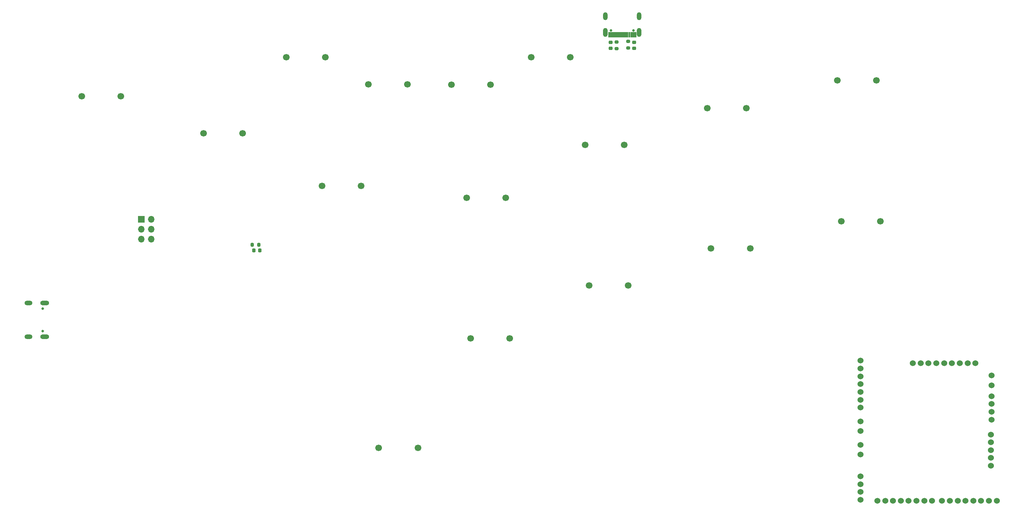
<source format=gbr>
%TF.GenerationSoftware,KiCad,Pcbnew,8.0.8*%
%TF.CreationDate,2025-04-25T11:22:14-07:00*%
%TF.ProjectId,MainBoard_BrooksP5Mini,4d61696e-426f-4617-9264-5f42726f6f6b,rev?*%
%TF.SameCoordinates,Original*%
%TF.FileFunction,Soldermask,Top*%
%TF.FilePolarity,Negative*%
%FSLAX46Y46*%
G04 Gerber Fmt 4.6, Leading zero omitted, Abs format (unit mm)*
G04 Created by KiCad (PCBNEW 8.0.8) date 2025-04-25 11:22:14*
%MOMM*%
%LPD*%
G01*
G04 APERTURE LIST*
G04 Aperture macros list*
%AMRoundRect*
0 Rectangle with rounded corners*
0 $1 Rounding radius*
0 $2 $3 $4 $5 $6 $7 $8 $9 X,Y pos of 4 corners*
0 Add a 4 corners polygon primitive as box body*
4,1,4,$2,$3,$4,$5,$6,$7,$8,$9,$2,$3,0*
0 Add four circle primitives for the rounded corners*
1,1,$1+$1,$2,$3*
1,1,$1+$1,$4,$5*
1,1,$1+$1,$6,$7*
1,1,$1+$1,$8,$9*
0 Add four rect primitives between the rounded corners*
20,1,$1+$1,$2,$3,$4,$5,0*
20,1,$1+$1,$4,$5,$6,$7,0*
20,1,$1+$1,$6,$7,$8,$9,0*
20,1,$1+$1,$8,$9,$2,$3,0*%
G04 Aperture macros list end*
%ADD10C,0.010000*%
%ADD11C,1.700000*%
%ADD12R,1.700000X1.700000*%
%ADD13O,1.700000X1.700000*%
%ADD14RoundRect,0.218750X0.256250X-0.218750X0.256250X0.218750X-0.256250X0.218750X-0.256250X-0.218750X0*%
%ADD15RoundRect,0.200000X0.275000X-0.200000X0.275000X0.200000X-0.275000X0.200000X-0.275000X-0.200000X0*%
%ADD16RoundRect,0.200000X-0.275000X0.200000X-0.275000X-0.200000X0.275000X-0.200000X0.275000X0.200000X0*%
%ADD17C,0.650000*%
%ADD18O,1.204000X2.304000*%
%ADD19O,1.204000X2.004000*%
%ADD20RoundRect,0.225000X0.225000X0.250000X-0.225000X0.250000X-0.225000X-0.250000X0.225000X-0.250000X0*%
%ADD21C,1.524000*%
%ADD22RoundRect,0.200000X0.200000X0.275000X-0.200000X0.275000X-0.200000X-0.275000X0.200000X-0.275000X0*%
%ADD23O,2.304000X1.204000*%
%ADD24O,2.004000X1.204000*%
G04 APERTURE END LIST*
D10*
%TO.C,J3*%
X172150000Y-24880000D02*
X171450000Y-24880000D01*
X171450000Y-23630000D01*
X172150000Y-23630000D01*
X172150000Y-24880000D01*
G36*
X172150000Y-24880000D02*
G01*
X171450000Y-24880000D01*
X171450000Y-23630000D01*
X172150000Y-23630000D01*
X172150000Y-24880000D01*
G37*
X172950000Y-24880000D02*
X172250000Y-24880000D01*
X172250000Y-23630000D01*
X172950000Y-23630000D01*
X172950000Y-24880000D01*
G36*
X172950000Y-24880000D02*
G01*
X172250000Y-24880000D01*
X172250000Y-23630000D01*
X172950000Y-23630000D01*
X172950000Y-24880000D01*
G37*
X173450000Y-24880000D02*
X173050000Y-24880000D01*
X173050000Y-23630000D01*
X173450000Y-23630000D01*
X173450000Y-24880000D01*
G36*
X173450000Y-24880000D02*
G01*
X173050000Y-24880000D01*
X173050000Y-23630000D01*
X173450000Y-23630000D01*
X173450000Y-24880000D01*
G37*
X173950000Y-24880000D02*
X173550000Y-24880000D01*
X173550000Y-23630000D01*
X173950000Y-23630000D01*
X173950000Y-24880000D01*
G36*
X173950000Y-24880000D02*
G01*
X173550000Y-24880000D01*
X173550000Y-23630000D01*
X173950000Y-23630000D01*
X173950000Y-24880000D01*
G37*
X174450000Y-24880000D02*
X174050000Y-24880000D01*
X174050000Y-23630000D01*
X174450000Y-23630000D01*
X174450000Y-24880000D01*
G36*
X174450000Y-24880000D02*
G01*
X174050000Y-24880000D01*
X174050000Y-23630000D01*
X174450000Y-23630000D01*
X174450000Y-24880000D01*
G37*
X174950000Y-24880000D02*
X174550000Y-24880000D01*
X174550000Y-23630000D01*
X174950000Y-23630000D01*
X174950000Y-24880000D01*
G36*
X174950000Y-24880000D02*
G01*
X174550000Y-24880000D01*
X174550000Y-23630000D01*
X174950000Y-23630000D01*
X174950000Y-24880000D01*
G37*
X175450000Y-24880000D02*
X175050000Y-24880000D01*
X175050000Y-23630000D01*
X175450000Y-23630000D01*
X175450000Y-24880000D01*
G36*
X175450000Y-24880000D02*
G01*
X175050000Y-24880000D01*
X175050000Y-23630000D01*
X175450000Y-23630000D01*
X175450000Y-24880000D01*
G37*
X175950000Y-24880000D02*
X175550000Y-24880000D01*
X175550000Y-23630000D01*
X175950000Y-23630000D01*
X175950000Y-24880000D01*
G36*
X175950000Y-24880000D02*
G01*
X175550000Y-24880000D01*
X175550000Y-23630000D01*
X175950000Y-23630000D01*
X175950000Y-24880000D01*
G37*
X176450000Y-24880000D02*
X176050000Y-24880000D01*
X176050000Y-23630000D01*
X176450000Y-23630000D01*
X176450000Y-24880000D01*
G36*
X176450000Y-24880000D02*
G01*
X176050000Y-24880000D01*
X176050000Y-23630000D01*
X176450000Y-23630000D01*
X176450000Y-24880000D01*
G37*
X176950000Y-24880000D02*
X176550000Y-24880000D01*
X176550000Y-23630000D01*
X176950000Y-23630000D01*
X176950000Y-24880000D01*
G36*
X176950000Y-24880000D02*
G01*
X176550000Y-24880000D01*
X176550000Y-23630000D01*
X176950000Y-23630000D01*
X176950000Y-24880000D01*
G37*
X177750000Y-24880000D02*
X177050000Y-24880000D01*
X177050000Y-23630000D01*
X177750000Y-23630000D01*
X177750000Y-24880000D01*
G36*
X177750000Y-24880000D02*
G01*
X177050000Y-24880000D01*
X177050000Y-23630000D01*
X177750000Y-23630000D01*
X177750000Y-24880000D01*
G37*
X178550000Y-24880000D02*
X177850000Y-24880000D01*
X177850000Y-23630000D01*
X178550000Y-23630000D01*
X178550000Y-24880000D01*
G36*
X178550000Y-24880000D02*
G01*
X177850000Y-24880000D01*
X177850000Y-23630000D01*
X178550000Y-23630000D01*
X178550000Y-24880000D01*
G37*
%TD*%
D11*
%TO.C,U34*%
X231000000Y-72000000D03*
X241000000Y-72000000D03*
%TD*%
%TO.C,U35*%
X230000000Y-36000003D03*
X240000000Y-36000003D03*
%TD*%
%TO.C,U31*%
X196700000Y-43050002D03*
X206700000Y-43050002D03*
%TD*%
%TO.C,U30*%
X197700000Y-79000000D03*
X207700000Y-79000000D03*
%TD*%
%TO.C,U27*%
X165500000Y-52500003D03*
X175500000Y-52500003D03*
%TD*%
%TO.C,U26*%
X166500000Y-88450001D03*
X176500000Y-88450001D03*
%TD*%
%TO.C,U22*%
X136200000Y-102000000D03*
X146200000Y-102000000D03*
%TD*%
%TO.C,U23*%
X135200000Y-66000000D03*
X145200000Y-66000000D03*
%TD*%
%TO.C,U32*%
X112700000Y-130000000D03*
X122700000Y-130000000D03*
%TD*%
%TO.C,U28*%
X98200000Y-63000000D03*
X108200000Y-63000000D03*
%TD*%
%TO.C,U24*%
X67900000Y-49500003D03*
X77900000Y-49500003D03*
%TD*%
%TO.C,U2*%
X36700000Y-40050002D03*
X46700000Y-40050002D03*
%TD*%
%TO.C,U21*%
X89000000Y-30000000D03*
X99000000Y-30000000D03*
%TD*%
%TO.C,U25*%
X110000000Y-37000000D03*
X120000000Y-37000000D03*
%TD*%
%TO.C,U29*%
X131300000Y-37050002D03*
X141300000Y-37050002D03*
%TD*%
%TO.C,U33*%
X151700000Y-30000000D03*
X161700000Y-30000000D03*
%TD*%
D12*
%TO.C,J2*%
X51960000Y-71500000D03*
D13*
X54500000Y-71500000D03*
X51960000Y-74040000D03*
X54500000Y-74040000D03*
X51960000Y-76580000D03*
X54500000Y-76580000D03*
%TD*%
D14*
%TO.C,D4*%
X172000000Y-27787500D03*
X172000000Y-26212500D03*
%TD*%
D15*
%TO.C,R1*%
X176500000Y-27650000D03*
X176500000Y-26000000D03*
%TD*%
D16*
%TO.C,R15*%
X173500000Y-26175000D03*
X173500000Y-27825000D03*
%TD*%
D17*
%TO.C,J3*%
X177890000Y-23180000D03*
X172110000Y-23180000D03*
D18*
X179320000Y-23680000D03*
X170680000Y-23680000D03*
D19*
X179320000Y-19500000D03*
X170680000Y-19500000D03*
%TD*%
D14*
%TO.C,D3*%
X178000000Y-27787500D03*
X178000000Y-26212500D03*
%TD*%
D20*
%TO.C,C40*%
X82275000Y-79500000D03*
X80725000Y-79500000D03*
%TD*%
D21*
%TO.C,U36*%
X269490000Y-116800000D03*
X269490000Y-118800000D03*
X269490000Y-120800000D03*
X269490000Y-122800000D03*
X269310000Y-126600000D03*
X269310000Y-128600000D03*
X269310000Y-130600000D03*
X269310000Y-132600000D03*
X269310000Y-134600000D03*
X270790000Y-143540000D03*
X268790000Y-143540000D03*
X266790000Y-143540000D03*
X264790000Y-143540000D03*
X262790000Y-143540000D03*
X260790000Y-143540000D03*
X258790000Y-143540000D03*
X256790000Y-143540000D03*
X254250000Y-143560000D03*
X252250000Y-143560000D03*
X250250000Y-143560000D03*
X248250000Y-143560000D03*
X246250000Y-143560000D03*
X244250000Y-143560000D03*
X242250000Y-143560000D03*
X240250000Y-143560000D03*
X235900000Y-143300000D03*
X235900000Y-141300000D03*
X235900000Y-139300000D03*
X235900000Y-137300000D03*
X235900000Y-131750000D03*
X235900000Y-129250000D03*
X235900000Y-125750000D03*
X235900000Y-123250000D03*
X235900000Y-119710000D03*
X235900000Y-117710000D03*
X235900000Y-115710000D03*
X235900000Y-113710000D03*
X235900000Y-111710000D03*
X235900000Y-109710000D03*
X235900000Y-107710000D03*
X249330000Y-108350000D03*
X251330000Y-108350000D03*
X253330000Y-108350000D03*
X255330000Y-108350000D03*
X257330000Y-108350000D03*
X259330000Y-108350000D03*
X261330000Y-108350000D03*
X263330000Y-108350000D03*
X265330000Y-108350000D03*
X269490000Y-111500000D03*
X269490000Y-114000000D03*
%TD*%
D22*
%TO.C,R32*%
X82000000Y-78000000D03*
X80350000Y-78000000D03*
%TD*%
D17*
%TO.C,J1*%
X26720000Y-100130000D03*
X26720000Y-94350000D03*
D23*
X27220000Y-101560000D03*
X27220000Y-92920000D03*
D24*
X23040000Y-101560000D03*
X23040000Y-92920000D03*
%TD*%
M02*

</source>
